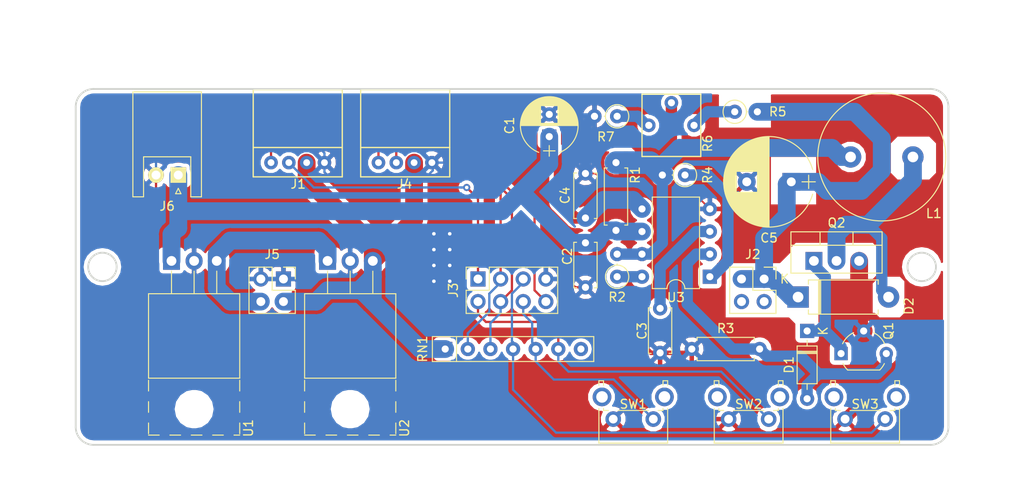
<source format=kicad_pcb>
(kicad_pcb (version 20171130) (host pcbnew "(5.0.2)-1")
  (layers (0 F.Cu signal hide) (31 B.Cu signal) (34 B.Paste user) (35 F.Paste user) (36 B.SilkS user) (37 F.SilkS user) (38 B.Mask user) (39 F.Mask user) (44 Edge.Cuts user))
  (net 0 "")
  (net 1 +12V)
  (net 2 GND)
  (net 3 "Net-(C3-Pad1)")
  (net 4 "Net-(C4-Pad1)")
  (net 5 +HV)
  (net 6 "Net-(D1-Pad1)")
  (net 7 "Net-(D1-Pad2)")
  (net 8 "Net-(D2-Pad2)")
  (net 9 +3V3)
  (net 10 /GROVE_GPIO_0)
  (net 11 /NIX_SDA)
  (net 12 /NIX_SCL)
  (net 13 /SW_MODE)
  (net 14 /SW_UP)
  (net 15 /SW_DOWN)
  (net 16 +5V)
  (net 17 "Net-(L1-Pad1)")
  (net 18 "Net-(R2-Pad1)")
  (net 19 "Net-(R4-Pad1)")
  (net 20 "Net-(R5-Pad1)")
  (net 21 "Net-(R6-Pad3)")
  (net 22 /GROVE_GPIO_1)
  (module TO_SOT_THT:TO-220-3_Horizontal_TabUp (layer F.Cu) (at 159.258 84.328)
    (fp_text reference U1 (at 8.636 18.796 90) (layer F.SilkS))
    (fp_text value NJM7805S)
    (pad "" np_thru_hole oval (at 2.54 16.66) (size 3.5 3.5) (drill 3.5) (layers *.Cu *.Mask))
    (pad 1 thru_hole rect (at 0 0) (size 1.905 2) (drill 1.1) (layers *.Cu *.Mask) (net 1 +12V))
    (pad 2 thru_hole oval (at 2.54 0) (size 1.905 2) (drill 1.1) (layers *.Cu *.Mask) (net 2 GND))
    (pad 3 thru_hole oval (at 5.08 0) (size 1.905 2) (drill 1.1) (layers *.Cu *.Mask) (net 16 +5V))
  )
  (module NixiePowerSupply:Inductors_LHL13NB471K (layer F.Cu) (at 239.014 72.644)
    (fp_text reference L1 (at 5.842 6.35) (layer F.SilkS))
    (fp_text value 470uH)
    (pad 1 thru_hole circle (at -3.5 0) (size 2.4 2.4) (drill 1.2) (layers *.Cu *.Mask) (net 17 "Net-(L1-Pad1)"))
    (pad 2 thru_hole circle (at 3.5 0) (size 2.4 2.4) (drill 1.2) (layers *.Cu *.Mask) (net 8 "Net-(D2-Pad2)"))
  )
  (module Connector_PinSocket_2.54mm:PinSocket_2x02_P2.54mm_Vertical (layer F.Cu) (at 225.806 86.36)
    (fp_text reference J2 (at -1.27 -2.77) (layer F.SilkS))
    (fp_text value Conn_01x04_Female)
    (pad 1 thru_hole rect (at 0 0) (size 1.7 1.7) (drill 1) (layers *.Cu *.Mask) (net 5 +HV))
    (pad 2 thru_hole oval (at -2.54 0) (size 1.7 1.7) (drill 1) (layers *.Cu *.Mask) (net 5 +HV))
    (pad 3 thru_hole oval (at 0 2.54) (size 1.7 1.7) (drill 1) (layers *.Cu *.Mask))
    (pad 4 thru_hole oval (at -2.54 2.54) (size 1.7 1.7) (drill 1) (layers *.Cu *.Mask))
  )
  (module Capacitors_THT:CP_Radial_D6.3mm_P2.50mm (layer F.Cu) (at 201.676 70.358 90)
    (fp_text reference C1 (at 1.25 -4.46 90) (layer F.SilkS))
    (fp_text value 100uF_16V)
    (pad 1 thru_hole rect (at 0 0 90) (size 1.6 1.6) (drill 0.8) (layers *.Cu *.Mask) (net 1 +12V))
    (pad 2 thru_hole circle (at 2.5 0 90) (size 1.6 1.6) (drill 0.8) (layers *.Cu *.Mask) (net 2 GND))
  )
  (module Capacitors_THT:C_Disc_D5.0mm_W2.5mm_P5.00mm (layer F.Cu) (at 205.74 82.296 270)
    (fp_text reference C2 (at 1.524 2.032 270) (layer F.SilkS))
    (fp_text value 0.1uF)
    (pad 1 thru_hole circle (at 0 0 270) (size 1.6 1.6) (drill 0.8) (layers *.Cu *.Mask) (net 1 +12V))
    (pad 2 thru_hole circle (at 5 0 270) (size 1.6 1.6) (drill 0.8) (layers *.Cu *.Mask) (net 2 GND))
  )
  (module Capacitors_THT:C_Disc_D5.0mm_W2.5mm_P5.00mm (layer F.Cu) (at 214.122 89.662 270)
    (fp_text reference C3 (at 2.54 2.032 270) (layer F.SilkS))
    (fp_text value 1000pF)
    (pad 2 thru_hole circle (at 5 0 270) (size 1.6 1.6) (drill 0.8) (layers *.Cu *.Mask) (net 2 GND))
    (pad 1 thru_hole circle (at 0 0 270) (size 1.6 1.6) (drill 0.8) (layers *.Cu *.Mask) (net 3 "Net-(C3-Pad1)"))
  )
  (module Capacitors_THT:C_Disc_D5.0mm_W2.5mm_P5.00mm (layer F.Cu) (at 205.74 79.502 90)
    (fp_text reference C4 (at 2.54 -2.286 90) (layer F.SilkS))
    (fp_text value 0.1uF)
    (pad 1 thru_hole circle (at 0 0 90) (size 1.6 1.6) (drill 0.8) (layers *.Cu *.Mask) (net 4 "Net-(C4-Pad1)"))
    (pad 2 thru_hole circle (at 5 0 90) (size 1.6 1.6) (drill 0.8) (layers *.Cu *.Mask) (net 2 GND))
  )
  (module Capacitors_THT:CP_Radial_D10.0mm_P5.00mm (layer F.Cu) (at 228.854 75.438 180)
    (fp_text reference C5 (at 2.5 -6.31 180) (layer F.SilkS))
    (fp_text value 4.7u_400V)
    (pad 1 thru_hole rect (at 0 0 180) (size 2 2) (drill 1) (layers *.Cu *.Mask) (net 5 +HV))
    (pad 2 thru_hole circle (at 5 0 180) (size 2 2) (drill 1) (layers *.Cu *.Mask) (net 2 GND))
  )
  (module Diode_THT:D_DO-35_SOD27_P7.62mm_Horizontal (layer F.Cu) (at 230.632 92.202 270)
    (fp_text reference D1 (at 3.81 2.032 270) (layer F.SilkS))
    (fp_text value 1N4148)
    (fp_text user K (at 0 -1.8 270) (layer F.SilkS))
    (pad 1 thru_hole rect (at 0 0 270) (size 1.6 1.6) (drill 0.8) (layers *.Cu *.Mask) (net 6 "Net-(D1-Pad1)"))
    (pad 2 thru_hole oval (at 7.62 0 270) (size 1.6 1.6) (drill 0.8) (layers *.Cu *.Mask) (net 7 "Net-(D1-Pad2)"))
  )
  (module Diode_THT:D_DO-15_P10.16mm_Horizontal (layer F.Cu) (at 229.616 88.392)
    (fp_text reference D2 (at 12.446 1.016 90) (layer F.SilkS))
    (fp_text value UF2010)
    (fp_text user K (at -1.524 -2.032) (layer F.SilkS))
    (pad 1 thru_hole rect (at 0 0) (size 2.4 2.4) (drill 1.2) (layers *.Cu *.Mask) (net 5 +HV))
    (pad 2 thru_hole oval (at 10.16 0) (size 2.4 2.4) (drill 1.2) (layers *.Cu *.Mask) (net 8 "Net-(D2-Pad2)"))
  )
  (module TO_SOT_THT:TO-92_Wide (layer F.Cu) (at 234.442 94.742)
    (fp_text reference Q1 (at 5.334 -2.54 90) (layer F.SilkS))
    (fp_text value 2SA1015)
    (pad 2 thru_hole circle (at 2.54 -2.54 90) (size 1.5 1.5) (drill 0.8) (layers *.Cu *.Mask) (net 2 GND))
    (pad 3 thru_hole circle (at 5.08 0 90) (size 1.5 1.5) (drill 0.8) (layers *.Cu *.Mask) (net 7 "Net-(D1-Pad2)"))
    (pad 1 thru_hole rect (at 0 0 90) (size 1.5 1.5) (drill 0.8) (layers *.Cu *.Mask) (net 6 "Net-(D1-Pad1)"))
  )
  (module TO_SOT_THT:TO-220-3_Vertical (layer F.Cu) (at 231.394 84.328)
    (fp_text reference Q2 (at 2.54 -4.27) (layer F.SilkS))
    (fp_text value 2SK3115)
    (pad 1 thru_hole rect (at 0 0) (size 1.905 2) (drill 1.1) (layers *.Cu *.Mask) (net 6 "Net-(D1-Pad1)"))
    (pad 2 thru_hole oval (at 2.54 0) (size 1.905 2) (drill 1.1) (layers *.Cu *.Mask) (net 8 "Net-(D2-Pad2)"))
    (pad 3 thru_hole oval (at 5.08 0) (size 1.905 2) (drill 1.1) (layers *.Cu *.Mask) (net 2 GND))
  )
  (module Resistors_THT:R_Axial_DIN0207_L6.3mm_D2.5mm_P2.54mm_Vertical (layer F.Cu) (at 209.296 86.106 90)
    (fp_text reference R2 (at -2.286 0) (layer F.SilkS))
    (fp_text value 680)
    (pad 1 thru_hole circle (at 0 0 90) (size 1.6 1.6) (drill 0.8) (layers *.Cu *.Mask) (net 18 "Net-(R2-Pad1)"))
    (pad 2 thru_hole oval (at 2.54 0 90) (size 1.6 1.6) (drill 0.8) (layers *.Cu *.Mask) (net 17 "Net-(L1-Pad1)"))
  )
  (module Resistors_THT:R_Axial_DIN0207_L6.3mm_D2.5mm_P2.54mm_Vertical (layer F.Cu) (at 216.916 74.676 180)
    (fp_text reference R4 (at -2.54 0 270) (layer F.SilkS))
    (fp_text value 1k)
    (pad 2 thru_hole oval (at 2.54 0 180) (size 1.6 1.6) (drill 0.8) (layers *.Cu *.Mask) (net 17 "Net-(L1-Pad1)"))
    (pad 1 thru_hole circle (at 0 0 180) (size 1.6 1.6) (drill 0.8) (layers *.Cu *.Mask) (net 19 "Net-(R4-Pad1)"))
  )
  (module Resistors_THT:R_Axial_DIN0207_L6.3mm_D2.5mm_P2.54mm_Vertical (layer F.Cu) (at 222.504 67.564)
    (fp_text reference R5 (at 4.826 0) (layer F.SilkS))
    (fp_text value 470k)
    (pad 2 thru_hole oval (at 2.54 0) (size 1.6 1.6) (drill 0.8) (layers *.Cu *.Mask) (net 5 +HV))
    (pad 1 thru_hole circle (at 0 0) (size 1.6 1.6) (drill 0.8) (layers *.Cu *.Mask) (net 20 "Net-(R5-Pad1)"))
  )
  (module Resistors_THT:R_Axial_DIN0207_L6.3mm_D2.5mm_P2.54mm_Vertical (layer F.Cu) (at 209.296 68.072 180)
    (fp_text reference R7 (at 1.27 -2.31 180) (layer F.SilkS))
    (fp_text value 2.2k)
    (pad 1 thru_hole circle (at 0 0 180) (size 1.6 1.6) (drill 0.8) (layers *.Cu *.Mask) (net 21 "Net-(R6-Pad3)"))
    (pad 2 thru_hole oval (at 2.54 0 180) (size 1.6 1.6) (drill 0.8) (layers *.Cu *.Mask) (net 2 GND))
  )
  (module Button_Switch_THT:SW_Tactile_SPST_Angled_PTS645Vx31-2LFS (layer F.Cu) (at 213.36 102.108 180)
    (fp_text reference SW1 (at 2.25 1.68 180) (layer F.SilkS))
    (fp_text value SW_Push)
    (pad "" thru_hole circle (at 5.76 2.49 180) (size 2.1 2.1) (drill 1.3) (layers *.Cu *.Mask))
    (pad 2 thru_hole circle (at 4.5 0 180) (size 1.75 1.75) (drill 0.99) (layers *.Cu *.Mask) (net 2 GND))
    (pad 1 thru_hole circle (at 0 0 180) (size 1.75 1.75) (drill 0.99) (layers *.Cu *.Mask) (net 13 /SW_MODE))
    (pad "" thru_hole circle (at -1.25 2.49 180) (size 2.1 2.1) (drill 1.3) (layers *.Cu *.Mask))
  )
  (module Button_Switch_THT:SW_Tactile_SPST_Angled_PTS645Vx31-2LFS (layer F.Cu) (at 226.314 102.108 180)
    (fp_text reference SW2 (at 2.25 1.68 180) (layer F.SilkS))
    (fp_text value SW_Push)
    (pad "" thru_hole circle (at -1.25 2.49 180) (size 2.1 2.1) (drill 1.3) (layers *.Cu *.Mask))
    (pad 1 thru_hole circle (at 0 0 180) (size 1.75 1.75) (drill 0.99) (layers *.Cu *.Mask) (net 14 /SW_UP))
    (pad 2 thru_hole circle (at 4.5 0 180) (size 1.75 1.75) (drill 0.99) (layers *.Cu *.Mask) (net 2 GND))
    (pad "" thru_hole circle (at 5.76 2.49 180) (size 2.1 2.1) (drill 1.3) (layers *.Cu *.Mask))
  )
  (module Button_Switch_THT:SW_Tactile_SPST_Angled_PTS645Vx31-2LFS (layer F.Cu) (at 239.395 102.108 180)
    (fp_text reference SW3 (at 2.25 1.68 180) (layer F.SilkS))
    (fp_text value SW_Push)
    (pad "" thru_hole circle (at 5.76 2.49 180) (size 2.1 2.1) (drill 1.3) (layers *.Cu *.Mask))
    (pad 2 thru_hole circle (at 4.5 0 180) (size 1.75 1.75) (drill 0.99) (layers *.Cu *.Mask) (net 2 GND))
    (pad 1 thru_hole circle (at 0 0 180) (size 1.75 1.75) (drill 0.99) (layers *.Cu *.Mask) (net 15 /SW_DOWN))
    (pad "" thru_hole circle (at -1.25 2.49 180) (size 2.1 2.1) (drill 1.3) (layers *.Cu *.Mask))
  )
  (module Packages_DIP:DIP-8_W7.62mm (layer F.Cu) (at 219.71 86.106 180)
    (fp_text reference U3 (at 3.81 -2.33 180) (layer F.SilkS))
    (fp_text value MC34063A)
    (pad 1 thru_hole rect (at 0 0 180) (size 1.6 1.6) (drill 0.8) (layers *.Cu *.Mask) (net 19 "Net-(R4-Pad1)"))
    (pad 5 thru_hole oval (at 7.62 7.62 180) (size 1.6 1.6) (drill 0.8) (layers *.Cu *.Mask) (net 4 "Net-(C4-Pad1)"))
    (pad 2 thru_hole oval (at 0 2.54 180) (size 1.6 1.6) (drill 0.8) (layers *.Cu *.Mask) (net 7 "Net-(D1-Pad2)"))
    (pad 6 thru_hole oval (at 7.62 5.08 180) (size 1.6 1.6) (drill 0.8) (layers *.Cu *.Mask) (net 1 +12V))
    (pad 3 thru_hole oval (at 0 5.08 180) (size 1.6 1.6) (drill 0.8) (layers *.Cu *.Mask) (net 3 "Net-(C3-Pad1)"))
    (pad 7 thru_hole oval (at 7.62 2.54 180) (size 1.6 1.6) (drill 0.8) (layers *.Cu *.Mask) (net 17 "Net-(L1-Pad1)"))
    (pad 4 thru_hole oval (at 0 7.62 180) (size 1.6 1.6) (drill 0.8) (layers *.Cu *.Mask) (net 2 GND))
    (pad 8 thru_hole oval (at 7.62 0 180) (size 1.6 1.6) (drill 0.8) (layers *.Cu *.Mask) (net 18 "Net-(R2-Pad1)"))
  )
  (module NixiePowerSupply:VOL_3362P-1-202LF (layer F.Cu) (at 215.392 69.088 180)
    (fp_text reference R6 (at -4.064 -2.032 90) (layer F.SilkS))
    (fp_text value VR_2K)
    (pad 2 thru_hole circle (at 0 2.54 180) (size 1.524 1.524) (drill 0.8) (layers *.Cu *.Mask) (net 4 "Net-(C4-Pad1)"))
    (pad 3 thru_hole circle (at 2.54 0 180) (size 1.524 1.524) (drill 0.8) (layers *.Cu *.Mask) (net 21 "Net-(R6-Pad3)"))
    (pad 1 thru_hole circle (at -2.54 0 180) (size 1.524 1.524) (drill 0.8) (layers *.Cu *.Mask) (net 20 "Net-(R5-Pad1)"))
  )
  (module Resistors_THT:R_Array_SIP7 (layer F.Cu) (at 189.992 94.234)
    (fp_text reference RN1 (at -2.54 0 90) (layer F.SilkS))
    (fp_text value R_Network06)
    (pad 1 thru_hole rect (at 0 0) (size 1.6 1.6) (drill 0.8) (layers *.Cu *.Mask) (net 9 +3V3))
    (pad 2 thru_hole oval (at 2.54 0) (size 1.6 1.6) (drill 0.8) (layers *.Cu *.Mask) (net 11 /NIX_SDA))
    (pad 3 thru_hole oval (at 5.08 0) (size 1.6 1.6) (drill 0.8) (layers *.Cu *.Mask) (net 12 /NIX_SCL))
    (pad 4 thru_hole oval (at 7.62 0) (size 1.6 1.6) (drill 0.8) (layers *.Cu *.Mask) (net 15 /SW_DOWN))
    (pad 5 thru_hole oval (at 10.16 0) (size 1.6 1.6) (drill 0.8) (layers *.Cu *.Mask) (net 13 /SW_MODE))
    (pad 6 thru_hole oval (at 12.7 0) (size 1.6 1.6) (drill 0.8) (layers *.Cu *.Mask) (net 14 /SW_UP))
    (pad 7 thru_hole oval (at 15.24 0) (size 1.6 1.6) (drill 0.8) (layers *.Cu *.Mask))
  )
  (module Connector_PinSocket_2.54mm:PinSocket_2x04_P2.54mm_Vertical (layer F.Cu) (at 193.675 86.36 90)
    (fp_text reference J3 (at -1.27 -2.77 90) (layer F.SilkS))
    (fp_text value Conn_01x08_Female)
    (pad 1 thru_hole rect (at 0 0 90) (size 1.7 1.7) (drill 1) (layers *.Cu *.Mask) (net 22 /GROVE_GPIO_1))
    (pad 2 thru_hole oval (at -2.54 0 90) (size 1.7 1.7) (drill 1) (layers *.Cu *.Mask) (net 14 /SW_UP))
    (pad 3 thru_hole oval (at 0 2.54 90) (size 1.7 1.7) (drill 1) (layers *.Cu *.Mask) (net 11 /NIX_SDA))
    (pad 4 thru_hole oval (at -2.54 2.54 90) (size 1.7 1.7) (drill 1) (layers *.Cu *.Mask) (net 12 /NIX_SCL))
    (pad 5 thru_hole oval (at 0 5.08 90) (size 1.7 1.7) (drill 1) (layers *.Cu *.Mask) (net 15 /SW_DOWN))
    (pad 6 thru_hole oval (at -2.54 5.08 90) (size 1.7 1.7) (drill 1) (layers *.Cu *.Mask) (net 13 /SW_MODE))
    (pad 7 thru_hole oval (at 0 7.62 90) (size 1.7 1.7) (drill 1) (layers *.Cu *.Mask) (net 2 GND))
    (pad 8 thru_hole oval (at -2.54 7.62 90) (size 1.7 1.7) (drill 1) (layers *.Cu *.Mask) (net 10 /GROVE_GPIO_0))
  )
  (module Nixie_Module_PowerSupply:Grove_THT (layer F.Cu) (at 182.499 73.279 90)
    (fp_text reference J4 (at -2.413 2.921) (layer F.SilkS))
    (fp_text value Grove_Analog)
    (pad 1 thru_hole circle (at 0 0 90) (size 1.524 1.524) (drill 0.762) (layers *.Cu *.Mask) (net 12 /NIX_SCL))
    (pad 2 thru_hole circle (at 0 2 90) (size 1.524 1.524) (drill 0.762) (layers *.Cu *.Mask) (net 11 /NIX_SDA))
    (pad 3 thru_hole circle (at 0 4 90) (size 1.524 1.524) (drill 0.762) (layers *.Cu *.Mask) (net 9 +3V3))
    (pad 4 thru_hole circle (at 0 6 90) (size 1.524 1.524) (drill 0.762) (layers *.Cu *.Mask) (net 2 GND))
  )
  (module Connector_PinSocket_2.54mm:PinSocket_2x02_P2.54mm_Vertical (layer F.Cu) (at 171.831 86.36)
    (fp_text reference J5 (at -1.27 -2.77) (layer F.SilkS))
    (fp_text value Conn_01x04_Female)
    (pad 1 thru_hole rect (at 0 0) (size 1.7 1.7) (drill 1) (layers *.Cu *.Mask) (net 2 GND))
    (pad 2 thru_hole oval (at -2.54 0) (size 1.7 1.7) (drill 1) (layers *.Cu *.Mask) (net 2 GND))
    (pad 3 thru_hole oval (at 0 2.54) (size 1.7 1.7) (drill 1) (layers *.Cu *.Mask) (net 9 +3V3))
    (pad 4 thru_hole oval (at -2.54 2.54) (size 1.7 1.7) (drill 1) (layers *.Cu *.Mask) (net 16 +5V))
  )
  (module Nixie_Module_PowerSupply:Grove_THT (layer F.Cu) (at 170.434 73.279 90)
    (fp_text reference J1 (at -2.413 3.048 180) (layer F.SilkS))
    (fp_text value Grove_GPIO)
    (pad 1 thru_hole circle (at 0 0 90) (size 1.524 1.524) (drill 0.762) (layers *.Cu *.Mask) (net 10 /GROVE_GPIO_0))
    (pad 2 thru_hole circle (at 0 2 90) (size 1.524 1.524) (drill 0.762) (layers *.Cu *.Mask) (net 22 /GROVE_GPIO_1))
    (pad 3 thru_hole circle (at 0 4 90) (size 1.524 1.524) (drill 0.762) (layers *.Cu *.Mask) (net 9 +3V3))
    (pad 4 thru_hole circle (at 0 6 90) (size 1.524 1.524) (drill 0.762) (layers *.Cu *.Mask) (net 2 GND))
  )
  (module Resistors_THT:R_Axial_DIN0207_L6.3mm_D2.5mm_P7.62mm_Horizontal (layer F.Cu) (at 217.678 94.234)
    (fp_text reference R3 (at 3.81 -2.31) (layer F.SilkS))
    (fp_text value 1k)
    (pad 1 thru_hole circle (at 0 0) (size 1.6 1.6) (drill 0.8) (layers *.Cu *.Mask) (net 2 GND))
    (pad 2 thru_hole oval (at 7.62 0) (size 1.6 1.6) (drill 0.8) (layers *.Cu *.Mask) (net 7 "Net-(D1-Pad2)"))
  )
  (module TO_SOT_THT:TO-220-3_Horizontal_TabUp (layer F.Cu) (at 176.784 84.328)
    (fp_text reference U2 (at 8.636 18.796 90) (layer F.SilkS))
    (fp_text value NJM7805S)
    (pad 3 thru_hole oval (at 5.08 0) (size 1.905 2) (drill 1.1) (layers *.Cu *.Mask) (net 9 +3V3))
    (pad 2 thru_hole oval (at 2.54 0) (size 1.905 2) (drill 1.1) (layers *.Cu *.Mask) (net 2 GND))
    (pad 1 thru_hole rect (at 0 0) (size 1.905 2) (drill 1.1) (layers *.Cu *.Mask) (net 16 +5V))
    (pad "" np_thru_hole oval (at 2.54 16.66) (size 3.5 3.5) (drill 3.5) (layers *.Cu *.Mask))
  )
  (module Connectors_JST:JST_XH_S02B-XH-A_02x2.50mm_Angled (layer F.Cu) (at 160.02 74.676 180)
    (fp_text reference J6 (at 1.25 -3.5 180) (layer F.SilkS))
    (fp_text value Conn_01x02_Female)
    (pad 1 thru_hole rect (at 0 0 180) (size 1.75 1.75) (drill 1) (layers *.Cu *.Mask F.SilkS) (net 1 +12V))
    (pad 2 thru_hole circle (at 2.5 0 180) (size 1.75 1.75) (drill 1) (layers *.Cu *.Mask F.SilkS) (net 2 GND))
  )
  (module Resistors_THT:R_Axial_DIN0207_L6.3mm_D2.5mm_P7.62mm_Horizontal (layer F.Cu) (at 209.169 73.279 270)
    (fp_text reference R1 (at 1.397 -2.159 270) (layer F.SilkS))
    (fp_text value 0.15)
    (pad 1 thru_hole circle (at 0 0 270) (size 1.6 1.6) (drill 0.8) (layers *.Cu *.Mask) (net 17 "Net-(L1-Pad1)"))
    (pad 2 thru_hole oval (at 7.62 0 270) (size 1.6 1.6) (drill 0.8) (layers *.Cu *.Mask) (net 1 +12V))
  )
  (module logo:fablab_logo_5mm (layer F.Cu) (at 151.892 92.71 270)
    (fp_text reference G*** hide)
    (fp_text value LOGO hide)
  )
  (gr_circle (center 243.5011 85.0036) (end 245.1011 85.0036) (layer Edge.Cuts) (width 0.2))
  (gr_circle (center 151.5011 85.0036) (end 153.1011 85.0036) (layer Edge.Cuts) (width 0.2))
  (gr_arc (start 150.5011 103.0036) (end 148.5011 103.0036) (angle -90) (layer Edge.Cuts) (width 0.2))
  (gr_line (start 150.5011 65.0036) (end 244.5011 65.0036) (layer Edge.Cuts) (width 0.2))
  (gr_line (start 246.5011 67.0036) (end 246.5011 103.0036) (layer Edge.Cuts) (width 0.2))
  (gr_line (start 148.5011 103.0036) (end 148.5011 67.0036) (layer Edge.Cuts) (width 0.2))
  (gr_line (start 244.5011 105.0036) (end 150.5011 105.0036) (layer Edge.Cuts) (width 0.2))
  (gr_arc (start 244.5011 103.0036) (end 244.5011 105.0036) (angle -90) (layer Edge.Cuts) (width 0.2))
  (gr_arc (start 244.5011 67.0036) (end 246.5011 67.0036) (angle -90) (layer Edge.Cuts) (width 0.2))
  (gr_arc (start 150.5011 67.0036) (end 150.5011 65.0036) (angle -90) (layer Edge.Cuts) (width 0.2))
  (segment (start 159.258 81.328) (end 159.258 84.328) (width 2) (layer B.Cu) (net 1))
  (segment (start 159.941 80.645) (end 159.258 81.328) (width 2) (layer B.Cu) (net 1))
  (segment (start 160.02 80.645) (end 159.941 80.645) (width 2) (layer B.Cu) (net 1))
  (segment (start 160.02 78.74) (end 160.02 80.645) (width 2) (layer B.Cu) (net 1))
  (segment (start 160.02 74.676) (end 160.02 78.74) (width 2) (layer B.Cu) (net 1))
  (segment (start 201.676 73.406) (end 201.676 70.358) (width 2) (layer B.Cu) (net 1))
  (segment (start 160.02 78.74) (end 196.342 78.74) (width 2) (layer B.Cu) (net 1))
  (segment (start 196.342 78.74) (end 198.12 76.962) (width 2) (layer B.Cu) (net 1))
  (segment (start 200.406 74.676) (end 201.676 73.406) (width 2) (layer B.Cu) (net 1))
  (segment (start 198.12 76.962) (end 200.406 74.676) (width 2) (layer B.Cu) (net 1))
  (segment (start 204.60863 82.296) (end 204.597 82.28437) (width 2) (layer B.Cu) (net 1))
  (segment (start 205.74 82.296) (end 204.60863 82.296) (width 2) (layer B.Cu) (net 1))
  (segment (start 204.597 82.28437) (end 204.20437 82.28437) (width 2) (layer B.Cu) (net 1))
  (segment (start 198.882 76.962) (end 198.12 76.962) (width 2) (layer B.Cu) (net 1))
  (segment (start 204.20437 82.28437) (end 198.882 76.962) (width 2) (layer B.Cu) (net 1))
  (segment (start 206.87137 82.296) (end 207.137 82.03037) (width 2) (layer B.Cu) (net 1))
  (segment (start 205.74 82.296) (end 206.87137 82.296) (width 2) (layer B.Cu) (net 1))
  (segment (start 208.03763 80.899) (end 209.169 80.899) (width 2) (layer B.Cu) (net 1))
  (segment (start 207.137 81.79963) (end 208.03763 80.899) (width 2) (layer B.Cu) (net 1))
  (segment (start 207.137 82.03037) (end 207.137 81.79963) (width 2) (layer B.Cu) (net 1))
  (segment (start 209.296 81.026) (end 209.169 80.899) (width 2) (layer B.Cu) (net 1))
  (segment (start 212.09 81.026) (end 209.296 81.026) (width 2) (layer B.Cu) (net 1))
  (segment (start 157.52 74.676) (end 157.52 77.51) (width 0.254) (layer F.Cu) (net 2))
  (segment (start 161.798 81.788) (end 161.798 84.328) (width 0.254) (layer F.Cu) (net 2))
  (segment (start 157.52 77.51) (end 161.798 81.788) (width 0.254) (layer F.Cu) (net 2))
  (segment (start 176.434 72.20137) (end 174.59063 70.358) (width 0.254) (layer B.Cu) (net 2))
  (segment (start 176.434 73.279) (end 176.434 72.20137) (width 0.254) (layer B.Cu) (net 2))
  (segment (start 174.59063 70.358) (end 159.766 70.358) (width 0.254) (layer B.Cu) (net 2))
  (segment (start 157.52 72.604) (end 157.52 74.676) (width 0.254) (layer B.Cu) (net 2))
  (segment (start 159.766 70.358) (end 157.52 72.604) (width 0.254) (layer B.Cu) (net 2))
  (segment (start 188.595 73.375) (end 188.499 73.279) (width 0.254) (layer B.Cu) (net 2))
  (segment (start 188.595 74.168) (end 188.595 73.375) (width 0.254) (layer B.Cu) (net 2))
  (segment (start 187.198 75.565) (end 188.595 74.168) (width 0.254) (layer B.Cu) (net 2))
  (segment (start 177.64237 75.565) (end 187.198 75.565) (width 0.254) (layer B.Cu) (net 2))
  (segment (start 176.434 73.279) (end 176.434 74.35663) (width 0.254) (layer B.Cu) (net 2))
  (segment (start 176.434 74.35663) (end 177.64237 75.565) (width 0.254) (layer B.Cu) (net 2))
  (segment (start 188.499 73.279) (end 194.691 73.279) (width 0.254) (layer B.Cu) (net 2))
  (segment (start 200.112 67.858) (end 201.676 67.858) (width 0.254) (layer B.Cu) (net 2))
  (segment (start 194.691 73.279) (end 200.112 67.858) (width 0.254) (layer B.Cu) (net 2))
  (segment (start 206.542 67.858) (end 206.756 68.072) (width 0.254) (layer B.Cu) (net 2))
  (segment (start 201.676 67.858) (end 206.542 67.858) (width 0.254) (layer B.Cu) (net 2))
  (segment (start 220.806 78.486) (end 219.71 78.486) (width 0.254) (layer F.Cu) (net 2))
  (segment (start 223.854 75.438) (end 220.806 78.486) (width 0.254) (layer F.Cu) (net 2))
  (segment (start 205.74 74.502) (end 206.87137 74.502) (width 0.2) (layer F.Cu) (net 2))
  (segment (start 217.805 76.581) (end 219.71 78.486) (width 0.2) (layer F.Cu) (net 2))
  (segment (start 208.95037 76.581) (end 217.805 76.581) (width 0.2) (layer F.Cu) (net 2))
  (segment (start 206.756 68.072) (end 205.613 69.215) (width 1.27) (layer B.Cu) (net 2))
  (segment (start 205.74 69.342) (end 205.74 74.502) (width 1.27) (layer B.Cu) (net 2))
  (segment (start 205.613 69.215) (end 205.74 69.342) (width 1.27) (layer B.Cu) (net 2))
  (segment (start 236.982 100.021) (end 236.982 92.202) (width 1.27) (layer F.Cu) (net 2))
  (segment (start 234.895 102.108) (end 236.982 100.021) (width 1.27) (layer F.Cu) (net 2))
  (segment (start 234.020001 102.982999) (end 234.895 102.108) (width 0.5) (layer F.Cu) (net 2))
  (segment (start 232.863 104.14) (end 234.020001 102.982999) (width 0.5) (layer F.Cu) (net 2))
  (segment (start 223.846 104.14) (end 232.863 104.14) (width 0.5) (layer F.Cu) (net 2))
  (segment (start 221.814 102.108) (end 223.846 104.14) (width 0.5) (layer F.Cu) (net 2))
  (segment (start 217.678 94.234) (end 217.678 100.076) (width 0.5) (layer F.Cu) (net 2))
  (segment (start 219.71 102.108) (end 221.814 102.108) (width 0.5) (layer F.Cu) (net 2))
  (segment (start 217.678 100.076) (end 219.71 102.108) (width 0.5) (layer F.Cu) (net 2))
  (segment (start 217.25 94.662) (end 217.678 94.234) (width 0.5) (layer F.Cu) (net 2))
  (segment (start 214.122 94.662) (end 217.25 94.662) (width 0.5) (layer F.Cu) (net 2))
  (segment (start 214.122 96.846) (end 214.122 94.662) (width 0.5) (layer F.Cu) (net 2))
  (segment (start 208.86 102.108) (end 214.122 96.846) (width 0.5) (layer F.Cu) (net 2))
  (segment (start 213.106 94.662) (end 214.122 94.662) (width 0.5) (layer F.Cu) (net 2))
  (segment (start 205.74 87.296) (end 213.106 94.662) (width 0.5) (layer F.Cu) (net 2))
  (segment (start 206.87137 74.502) (end 207.899 75.52963) (width 0.2) (layer F.Cu) (net 2))
  (segment (start 207.899 75.52963) (end 208.95037 76.581) (width 0.2) (layer F.Cu) (net 2))
  (segment (start 207.391 76.03763) (end 207.899 75.52963) (width 0.5) (layer F.Cu) (net 2))
  (segment (start 205.74 87.296) (end 207.391 85.645) (width 0.5) (layer F.Cu) (net 2))
  (segment (start 207.391 85.645) (end 207.391 76.03763) (width 0.5) (layer F.Cu) (net 2))
  (segment (start 204.60863 87.296) (end 203.67263 86.36) (width 0.254) (layer F.Cu) (net 2))
  (segment (start 205.74 87.296) (end 204.60863 87.296) (width 0.254) (layer F.Cu) (net 2))
  (segment (start 203.67263 86.36) (end 201.295 86.36) (width 0.254) (layer F.Cu) (net 2))
  (segment (start 169.291 86.36) (end 162.052 86.36) (width 0.25) (layer F.Cu) (net 2))
  (segment (start 161.798 86.106) (end 161.798 84.328) (width 0.25) (layer F.Cu) (net 2))
  (segment (start 162.052 86.36) (end 161.798 86.106) (width 0.25) (layer F.Cu) (net 2))
  (segment (start 170.493081 86.36) (end 171.831 86.36) (width 0.25) (layer F.Cu) (net 2))
  (segment (start 169.291 86.36) (end 170.493081 86.36) (width 0.25) (layer F.Cu) (net 2))
  (segment (start 179.324 85.598) (end 179.324 84.328) (width 0.25) (layer F.Cu) (net 2))
  (segment (start 171.831 86.36) (end 178.562 86.36) (width 0.25) (layer F.Cu) (net 2))
  (segment (start 178.562 86.36) (end 179.324 85.598) (width 0.25) (layer F.Cu) (net 2))
  (segment (start 236.474 91.694) (end 236.982 92.202) (width 2) (layer F.Cu) (net 2))
  (segment (start 236.474 84.328) (end 236.474 91.694) (width 2) (layer F.Cu) (net 2))
  (via (at 188.722 81.28) (size 0.8) (drill 0.4) (layers F.Cu B.Cu) (net 2))
  (via (at 188.722 83.058) (size 0.8) (drill 0.4) (layers F.Cu B.Cu) (net 2))
  (via (at 188.722 84.836) (size 0.8) (drill 0.4) (layers F.Cu B.Cu) (net 2))
  (via (at 188.722 86.614) (size 0.8) (drill 0.4) (layers F.Cu B.Cu) (net 2))
  (via (at 190.5 81.28) (size 0.8) (drill 0.4) (layers F.Cu B.Cu) (net 2))
  (via (at 190.5 83.058) (size 0.8) (drill 0.4) (layers F.Cu B.Cu) (net 2))
  (via (at 190.5 84.836) (size 0.8) (drill 0.4) (layers F.Cu B.Cu) (net 2))
  (via (at 190.5 86.614) (size 0.8) (drill 0.4) (layers F.Cu B.Cu) (net 2))
  (segment (start 214.122 85.09) (end 214.122 89.662) (width 1.27) (layer B.Cu) (net 3))
  (segment (start 219.71 81.026) (end 218.186 81.026) (width 1.27) (layer B.Cu) (net 3))
  (segment (start 218.186 81.026) (end 214.122 85.09) (width 1.27) (layer B.Cu) (net 3))
  (segment (start 205.74 79.502) (end 207.772 77.47) (width 2) (layer B.Cu) (net 4))
  (segment (start 211.074 77.47) (end 212.09 78.486) (width 2) (layer B.Cu) (net 4))
  (segment (start 207.772 77.47) (end 211.074 77.47) (width 2) (layer B.Cu) (net 4))
  (segment (start 204.60863 79.502) (end 202.819 77.71237) (width 1.27) (layer F.Cu) (net 4))
  (segment (start 205.74 79.502) (end 204.60863 79.502) (width 1.27) (layer F.Cu) (net 4))
  (segment (start 202.819 77.71237) (end 202.819 73.279) (width 1.27) (layer F.Cu) (net 4))
  (segment (start 202.819 73.279) (end 205.232 70.866) (width 1.27) (layer F.Cu) (net 4))
  (segment (start 205.232 70.866) (end 211.074 70.866) (width 1.27) (layer F.Cu) (net 4))
  (segment (start 211.074 70.866) (end 212.344 72.136) (width 1.27) (layer F.Cu) (net 4))
  (segment (start 212.344 72.136) (end 213.995 72.136) (width 1.27) (layer F.Cu) (net 4))
  (segment (start 215.392 70.739) (end 215.392 66.548) (width 1.27) (layer F.Cu) (net 4))
  (segment (start 213.995 72.136) (end 215.392 70.739) (width 1.27) (layer F.Cu) (net 4))
  (segment (start 231.854 75.438) (end 232.87 76.454) (width 2) (layer B.Cu) (net 5))
  (segment (start 228.854 75.438) (end 231.854 75.438) (width 2) (layer B.Cu) (net 5))
  (segment (start 232.87 76.454) (end 236.728 76.454) (width 2) (layer B.Cu) (net 5))
  (segment (start 235.966 67.564) (end 225.044 67.564) (width 2) (layer B.Cu) (net 5))
  (segment (start 236.728 76.454) (end 239.014 74.168) (width 2) (layer B.Cu) (net 5))
  (segment (start 239.014 74.168) (end 239.014 70.612) (width 2) (layer B.Cu) (net 5))
  (segment (start 239.014 70.612) (end 235.966 67.564) (width 2) (layer B.Cu) (net 5))
  (segment (start 226.822 86.36) (end 225.806 86.36) (width 2) (layer B.Cu) (net 5))
  (segment (start 229.616 88.392) (end 228.854 88.392) (width 2) (layer B.Cu) (net 5))
  (segment (start 228.854 88.392) (end 226.822 86.36) (width 2) (layer B.Cu) (net 5))
  (segment (start 228.854 75.438) (end 228.6 75.438) (width 2) (layer B.Cu) (net 5))
  (segment (start 225.806 81.788) (end 225.806 86.36) (width 2) (layer B.Cu) (net 5))
  (segment (start 228.346 79.248) (end 225.806 81.788) (width 2) (layer B.Cu) (net 5))
  (segment (start 228.346 75.692) (end 228.346 79.248) (width 2) (layer B.Cu) (net 5))
  (segment (start 228.6 75.438) (end 228.346 75.692) (width 2) (layer B.Cu) (net 5))
  (segment (start 223.266 86.36) (end 225.806 86.36) (width 2) (layer B.Cu) (net 5))
  (segment (start 234.442 93.98) (end 234.442 94.742) (width 1.27) (layer B.Cu) (net 6))
  (segment (start 232.664 92.202) (end 234.442 93.98) (width 1.27) (layer B.Cu) (net 6))
  (segment (start 232.664 91.44) (end 231.902 92.202) (width 1.27) (layer B.Cu) (net 6))
  (segment (start 232.664 91.186) (end 232.664 91.44) (width 1.27) (layer B.Cu) (net 6))
  (segment (start 231.902 92.202) (end 232.664 92.202) (width 1.27) (layer B.Cu) (net 6))
  (segment (start 230.632 92.202) (end 231.902 92.202) (width 1.27) (layer B.Cu) (net 6))
  (segment (start 232.664 91.186) (end 232.664 92.202) (width 1.27) (layer B.Cu) (net 6))
  (segment (start 232.664 90.678) (end 232.664 91.186) (width 1.27) (layer B.Cu) (net 6))
  (segment (start 232.664 86.106) (end 232.664 90.678) (width 1.27) (layer B.Cu) (net 6))
  (segment (start 231.394 84.328) (end 231.394 84.836) (width 1.27) (layer B.Cu) (net 6))
  (segment (start 231.394 84.836) (end 232.664 86.106) (width 1.27) (layer B.Cu) (net 6))
  (segment (start 239.522 96.012) (end 239.522 94.742) (width 1.27) (layer B.Cu) (net 7))
  (segment (start 238.506 97.028) (end 239.522 96.012) (width 1.27) (layer B.Cu) (net 7))
  (segment (start 231.902 97.028) (end 238.506 97.028) (width 1.27) (layer B.Cu) (net 7))
  (segment (start 230.632 99.822) (end 230.632 98.298) (width 1.27) (layer B.Cu) (net 7))
  (segment (start 230.632 98.298) (end 231.902 97.028) (width 1.27) (layer B.Cu) (net 7))
  (segment (start 229.907999 95.033999) (end 231.902 97.028) (width 1.27) (layer B.Cu) (net 7))
  (segment (start 226.097999 95.033999) (end 229.907999 95.033999) (width 1.27) (layer B.Cu) (net 7))
  (segment (start 225.298 94.234) (end 226.097999 95.033999) (width 1.27) (layer B.Cu) (net 7))
  (segment (start 218.186 83.566) (end 219.71 83.566) (width 1.27) (layer B.Cu) (net 7))
  (segment (start 217.17 84.582) (end 218.186 83.566) (width 1.27) (layer B.Cu) (net 7))
  (segment (start 217.17 89.154) (end 217.17 84.582) (width 1.27) (layer B.Cu) (net 7))
  (segment (start 225.298 94.234) (end 222.25 94.234) (width 1.27) (layer B.Cu) (net 7))
  (segment (start 222.25 94.234) (end 217.17 89.154) (width 1.27) (layer B.Cu) (net 7))
  (segment (start 242.514 75.24) (end 242.514 72.644) (width 2) (layer B.Cu) (net 8))
  (segment (start 237.49 80.264) (end 242.514 75.24) (width 2) (layer B.Cu) (net 8))
  (segment (start 234.998 80.264) (end 237.49 80.264) (width 2) (layer B.Cu) (net 8))
  (segment (start 233.934 84.328) (end 233.934 81.328) (width 2) (layer B.Cu) (net 8))
  (segment (start 233.934 81.328) (end 234.998 80.264) (width 2) (layer B.Cu) (net 8))
  (segment (start 239.014 81.788) (end 237.49 80.264) (width 1.27) (layer B.Cu) (net 8))
  (segment (start 239.776 88.392) (end 239.014 87.63) (width 1.27) (layer B.Cu) (net 8))
  (segment (start 239.014 87.63) (end 239.014 81.788) (width 1.27) (layer B.Cu) (net 8))
  (segment (start 180.594 87.376) (end 181.864 86.106) (width 2) (layer B.Cu) (net 9))
  (segment (start 181.864 86.106) (end 181.864 84.328) (width 2) (layer B.Cu) (net 9))
  (segment (start 186.499 79.693) (end 186.499 73.279) (width 2) (layer F.Cu) (net 9))
  (segment (start 181.864 81.78663) (end 181.864 84.328) (width 2) (layer F.Cu) (net 9))
  (segment (start 182.62737 82.55) (end 181.864 81.78663) (width 2) (layer F.Cu) (net 9))
  (segment (start 183.642 82.55) (end 182.62737 82.55) (width 2) (layer F.Cu) (net 9))
  (segment (start 183.642 82.55) (end 186.499 79.693) (width 2) (layer F.Cu) (net 9))
  (segment (start 181.864 84.328) (end 183.642 82.55) (width 2) (layer F.Cu) (net 9))
  (segment (start 184.40537 81.78663) (end 186.499 79.693) (width 2) (layer F.Cu) (net 9))
  (segment (start 181.864 81.78663) (end 184.40537 81.78663) (width 2) (layer F.Cu) (net 9))
  (segment (start 181.10063 81.78663) (end 181.864 81.78663) (width 2) (layer F.Cu) (net 9))
  (segment (start 174.434 73.279) (end 174.434 75.12) (width 2) (layer F.Cu) (net 9))
  (segment (start 174.434 75.12) (end 181.10063 81.78663) (width 2) (layer F.Cu) (net 9))
  (segment (start 180.594 87.636) (end 180.594 87.376) (width 2) (layer B.Cu) (net 9))
  (segment (start 189.992 94.234) (end 187.192 94.234) (width 2) (layer B.Cu) (net 9))
  (segment (start 181.864 86.106) (end 181.864 88.906) (width 2) (layer B.Cu) (net 9))
  (segment (start 187.192 94.234) (end 181.864 88.906) (width 2) (layer B.Cu) (net 9))
  (segment (start 181.864 88.906) (end 180.594 87.636) (width 2) (layer B.Cu) (net 9))
  (segment (start 176.778 87.636) (end 180.594 87.636) (width 2) (layer B.Cu) (net 9))
  (segment (start 171.831 88.9) (end 175.514 88.9) (width 2) (layer B.Cu) (net 9))
  (segment (start 175.514 88.9) (end 176.778 87.636) (width 2) (layer B.Cu) (net 9))
  (segment (start 170.434 71.628) (end 170.434 73.279) (width 0.254) (layer F.Cu) (net 10))
  (segment (start 171.958 70.104) (end 170.434 71.628) (width 0.254) (layer F.Cu) (net 10))
  (segment (start 191.008 70.104) (end 171.958 70.104) (width 0.254) (layer F.Cu) (net 10))
  (segment (start 200.025 79.121) (end 191.008 70.104) (width 0.254) (layer F.Cu) (net 10))
  (segment (start 201.295 88.9) (end 200.025 87.63) (width 0.254) (layer F.Cu) (net 10))
  (segment (start 200.025 87.63) (end 200.025 79.121) (width 0.254) (layer F.Cu) (net 10))
  (segment (start 196.088 86.487) (end 196.215 86.36) (width 0.254) (layer B.Cu) (net 11))
  (segment (start 196.088 86.868) (end 196.088 86.487) (width 0.254) (layer B.Cu) (net 11))
  (segment (start 194.945 88.011) (end 196.088 86.868) (width 0.254) (layer B.Cu) (net 11))
  (segment (start 194.945 90.043) (end 194.945 88.011) (width 0.254) (layer B.Cu) (net 11))
  (segment (start 192.532 94.234) (end 192.532 92.456) (width 0.254) (layer B.Cu) (net 11))
  (segment (start 192.532 92.456) (end 194.945 90.043) (width 0.254) (layer B.Cu) (net 11))
  (segment (start 184.499 71.66) (end 184.499 73.279) (width 0.254) (layer F.Cu) (net 11))
  (segment (start 185.039 71.12) (end 184.499 71.66) (width 0.254) (layer F.Cu) (net 11))
  (segment (start 190.5 71.12) (end 185.039 71.12) (width 0.254) (layer F.Cu) (net 11))
  (segment (start 196.215 86.36) (end 196.215 76.835) (width 0.254) (layer F.Cu) (net 11))
  (segment (start 196.215 76.835) (end 190.5 71.12) (width 0.254) (layer F.Cu) (net 11))
  (segment (start 196.215 90.17) (end 196.215 88.9) (width 0.254) (layer B.Cu) (net 12))
  (segment (start 195.072 94.234) (end 195.072 91.313) (width 0.254) (layer B.Cu) (net 12))
  (segment (start 195.072 91.313) (end 196.215 90.17) (width 0.254) (layer B.Cu) (net 12))
  (segment (start 182.499 71.628) (end 182.499 73.279) (width 0.254) (layer F.Cu) (net 12))
  (segment (start 183.515 70.612) (end 182.499 71.628) (width 0.254) (layer F.Cu) (net 12))
  (segment (start 190.754 70.612) (end 183.515 70.612) (width 0.254) (layer F.Cu) (net 12))
  (segment (start 197.485 77.343) (end 190.754 70.612) (width 0.254) (layer F.Cu) (net 12))
  (segment (start 196.215 88.9) (end 197.485 87.63) (width 0.254) (layer F.Cu) (net 12))
  (segment (start 197.485 87.63) (end 197.485 77.343) (width 0.254) (layer F.Cu) (net 12))
  (segment (start 198.755 90.297) (end 198.755 88.9) (width 0.254) (layer B.Cu) (net 13))
  (segment (start 199.75937 91.30137) (end 198.755 90.297) (width 0.254) (layer B.Cu) (net 13))
  (segment (start 199.75937 93.46037) (end 199.75937 91.30137) (width 0.254) (layer B.Cu) (net 13))
  (segment (start 200.152 94.234) (end 200.152 93.853) (width 0.254) (layer B.Cu) (net 13))
  (segment (start 200.152 93.853) (end 199.75937 93.46037) (width 0.254) (layer B.Cu) (net 13))
  (segment (start 200.152 95.631) (end 200.152 94.234) (width 0.254) (layer B.Cu) (net 13))
  (segment (start 202.184 97.663) (end 200.152 95.631) (width 0.254) (layer B.Cu) (net 13))
  (segment (start 213.36 102.108) (end 208.915 97.663) (width 0.254) (layer B.Cu) (net 13))
  (segment (start 208.915 97.663) (end 202.184 97.663) (width 0.254) (layer B.Cu) (net 13))
  (segment (start 202.692 95.631) (end 202.692 94.234) (width 0.254) (layer B.Cu) (net 14))
  (segment (start 203.835 96.774) (end 202.692 95.631) (width 0.254) (layer B.Cu) (net 14))
  (segment (start 226.314 102.108) (end 220.98 96.774) (width 0.254) (layer B.Cu) (net 14))
  (segment (start 220.98 96.774) (end 203.835 96.774) (width 0.254) (layer B.Cu) (net 14))
  (segment (start 193.675 90.297) (end 193.675 88.9) (width 0.254) (layer F.Cu) (net 14))
  (segment (start 194.564 91.186) (end 193.675 90.297) (width 0.254) (layer F.Cu) (net 14))
  (segment (start 201.168 91.186) (end 194.564 91.186) (width 0.254) (layer F.Cu) (net 14))
  (segment (start 202.692 94.234) (end 202.692 92.71) (width 0.254) (layer F.Cu) (net 14))
  (segment (start 202.692 92.71) (end 201.168 91.186) (width 0.254) (layer F.Cu) (net 14))
  (segment (start 197.612 98.806) (end 197.612 94.234) (width 0.254) (layer B.Cu) (net 15))
  (segment (start 202.438 103.632) (end 197.612 98.806) (width 0.254) (layer B.Cu) (net 15))
  (segment (start 239.395 102.108) (end 237.871 103.632) (width 0.254) (layer B.Cu) (net 15))
  (segment (start 237.871 103.632) (end 202.438 103.632) (width 0.254) (layer B.Cu) (net 15))
  (segment (start 198.755 86.741) (end 198.755 86.36) (width 0.254) (layer B.Cu) (net 15))
  (segment (start 197.485 88.011) (end 198.755 86.741) (width 0.254) (layer B.Cu) (net 15))
  (segment (start 197.485 93.345) (end 197.485 88.011) (width 0.254) (layer B.Cu) (net 15))
  (segment (start 197.612 94.234) (end 197.612 93.472) (width 0.254) (layer B.Cu) (net 15))
  (segment (start 197.612 93.472) (end 197.485 93.345) (width 0.254) (layer B.Cu) (net 15))
  (segment (start 164.338 84.328) (end 164.338 83.566) (width 2) (layer B.Cu) (net 16))
  (segment (start 164.338 83.566) (end 165.862 82.042) (width 2) (layer B.Cu) (net 16))
  (segment (start 176.784 83.058) (end 176.784 84.328) (width 2) (layer B.Cu) (net 16))
  (segment (start 175.768 82.042) (end 176.784 83.058) (width 2) (layer B.Cu) (net 16))
  (segment (start 165.862 82.042) (end 169.164 82.042) (width 2) (layer B.Cu) (net 16))
  (segment (start 169.164 82.042) (end 175.768 82.042) (width 2) (layer B.Cu) (net 16))
  (segment (start 164.338 87.376) (end 164.338 84.328) (width 2) (layer B.Cu) (net 16))
  (segment (start 169.291 88.9) (end 165.862 88.9) (width 2) (layer B.Cu) (net 16))
  (segment (start 165.862 88.9) (end 164.338 87.376) (width 2) (layer B.Cu) (net 16))
  (segment (start 234.442 72.644) (end 235.514 72.644) (width 2) (layer B.Cu) (net 17))
  (segment (start 233.426 71.628) (end 234.442 72.644) (width 2) (layer B.Cu) (net 17))
  (segment (start 212.09 83.566) (end 209.296 83.566) (width 1.27) (layer B.Cu) (net 17))
  (segment (start 213.106 83.566) (end 212.09 83.566) (width 1.27) (layer B.Cu) (net 17))
  (segment (start 214.376 74.676) (end 214.376 82.296) (width 1.27) (layer B.Cu) (net 17))
  (segment (start 214.376 82.296) (end 213.106 83.566) (width 1.27) (layer B.Cu) (net 17))
  (segment (start 216.29263 71.628) (end 218.186 71.628) (width 2) (layer B.Cu) (net 17))
  (segment (start 214.376 73.54463) (end 216.29263 71.628) (width 2) (layer B.Cu) (net 17))
  (segment (start 214.376 74.676) (end 214.376 73.54463) (width 2) (layer B.Cu) (net 17))
  (segment (start 218.186 71.628) (end 233.426 71.628) (width 2) (layer B.Cu) (net 17))
  (segment (start 212.979 73.279) (end 214.376 74.676) (width 2.54) (layer B.Cu) (net 17))
  (segment (start 209.169 73.279) (end 212.979 73.279) (width 2.54) (layer B.Cu) (net 17))
  (segment (start 212.09 86.106) (end 209.296 86.106) (width 1.27) (layer B.Cu) (net 18))
  (segment (start 219.456 74.676) (end 216.916 74.676) (width 1.27) (layer B.Cu) (net 19))
  (segment (start 221.742 76.962) (end 219.456 74.676) (width 1.27) (layer B.Cu) (net 19))
  (segment (start 221.742 84.328) (end 221.742 76.962) (width 1.27) (layer B.Cu) (net 19))
  (segment (start 219.71 86.106) (end 219.964 86.106) (width 1.27) (layer B.Cu) (net 19))
  (segment (start 219.964 86.106) (end 221.742 84.328) (width 1.27) (layer B.Cu) (net 19))
  (segment (start 219.456 67.564) (end 217.932 69.088) (width 1.27) (layer B.Cu) (net 20))
  (segment (start 222.504 67.564) (end 219.456 67.564) (width 1.27) (layer B.Cu) (net 20))
  (segment (start 211.582 68.072) (end 209.296 68.072) (width 1.27) (layer B.Cu) (net 21))
  (segment (start 212.852 69.088) (end 212.598 69.088) (width 1.27) (layer B.Cu) (net 21))
  (segment (start 212.598 69.088) (end 211.582 68.072) (width 1.27) (layer B.Cu) (net 21))
  (segment (start 193.675 77.343) (end 192.804999 76.472999) (width 0.254) (layer F.Cu) (net 22))
  (segment (start 192.804999 76.472999) (end 192.405 76.073) (width 0.254) (layer F.Cu) (net 22))
  (segment (start 193.675 86.36) (end 193.675 77.343) (width 0.254) (layer F.Cu) (net 22))
  (segment (start 191.839315 76.073) (end 192.405 76.073) (width 0.254) (layer B.Cu) (net 22))
  (segment (start 172.434 73.279) (end 175.228 76.073) (width 0.254) (layer B.Cu) (net 22))
  (via (at 192.405 76.073) (size 0.8) (drill 0.4) (layers F.Cu B.Cu) (net 22))
  (segment (start 175.228 76.073) (end 191.839315 76.073) (width 0.254) (layer B.Cu) (net 22))
  (zone (net 2) (net_name GND) (layer B.Cu) (connect_pads thru_hole_only (clearance 0.4)) (min_thickness 0.254) (fill yes (arc_segments 16) (thermal_gap 0.508) (thermal_bridge_width 0.508))
    (polygon (pts (xy 140 55) (xy 140 110) (xy 255 110) (xy 255 55)))
  )
  (zone (net 2) (net_name GND) (layer F.Cu) (connect_pads (clearance 0.508)) (min_thickness 0.254) (fill yes (arc_segments 16) (thermal_gap 0.508) (thermal_bridge_width 0.508))
    (polygon (pts (xy 140 55) (xy 140 110) (xy 255 110) (xy 255 55)))
  )
  (zone (net 0) (net_name "") (layer B.Cu) (connect_pads (clearance 0.508)) (min_thickness 0.254)
    (keepout (tracks allowed) (vias allowed) (copperpour not_allowed))
    (fill (arc_segments 16) (thermal_gap 0.508) (thermal_bridge_width 0.508))
    (polygon (pts (xy 220.98 84.074) (xy 220.98 90.932) (xy 232.664 90.932) (xy 232.664 85.598) (xy 229.87 85.598) (xy 228.346 84.074)))
  )
  (zone (net 0) (net_name "") (layer B.Cu) (connect_pads (clearance 0.508)) (min_thickness 0.254)
    (keepout (tracks allowed) (vias allowed) (copperpour not_allowed))
    (fill (arc_segments 16) (thermal_gap 0.508) (thermal_bridge_width 0.508))
    (polygon (pts (xy 223.266 84.074) (xy 228.346 84.074) (xy 228.346 82.296) (xy 231.394 79.248) (xy 231.394 73.152) (xy 226.06 73.152) (xy 225.552 73.66) (xy 225.552 76.454) (xy 222.758 79.248) (xy 222.758 84.074)))
  )
  (zone (net 0) (net_name "") (layer F.Cu) (connect_pads (clearance 0.508)) (min_thickness 0.254)
    (keepout (tracks allowed) (vias allowed) (copperpour not_allowed))
    (fill (arc_segments 16) (thermal_gap 0.508) (thermal_bridge_width 0.508))
    (polygon (pts (xy 221.488 84.582) (xy 221.488 90.678) (xy 227.584 90.678) (xy 227.584 84.582)))
  )
  (zone (net 0) (net_name "") (layer F.Cu) (connect_pads (clearance 0.508)) (min_thickness 0.254)
    (keepout (tracks allowed) (vias allowed) (copperpour not_allowed))
    (fill (arc_segments 16) (thermal_gap 0.508) (thermal_bridge_width 0.508))
    (polygon (pts (xy 227.584 86.106) (xy 231.902 86.106) (xy 231.902 90.424) (xy 227.584 90.424)))
  )
  (zone (net 0) (net_name "") (layer F.Cu) (connect_pads (clearance 0.508)) (min_thickness 0.254)
    (keepout (tracks allowed) (vias allowed) (copperpour not_allowed))
    (fill (arc_segments 16) (thermal_gap 0.508) (thermal_bridge_width 0.508))
    (polygon (pts (xy 226.568 72.644) (xy 226.568 77.978) (xy 231.648 77.978) (xy 231.648 72.644)))
  )
  (zone (net 0) (net_name "") (layer F.Cu) (connect_pads (clearance 0.508)) (min_thickness 0.254)
    (keepout (tracks allowed) (vias allowed) (copperpour not_allowed))
    (fill (arc_segments 16) (thermal_gap 0.508) (thermal_bridge_width 0.508))
    (polygon (pts (xy 220.726 65.786) (xy 220.726 69.342) (xy 226.568 69.342) (xy 226.568 65.786)))
  )
  (zone (net 0) (net_name "") (layer F.Cu) (connect_pads (clearance 0.508)) (min_thickness 0.254)
    (keepout (tracks allowed) (vias allowed) (copperpour not_allowed))
    (fill (arc_segments 16) (thermal_gap 0.508) (thermal_bridge_width 0.508))
    (polygon (pts (xy 227.584 84.582) (xy 227.584 86.106) (xy 229.108 86.106)))
  )
  (zone (net 0) (net_name "") (layer F.Cu) (connect_pads (clearance 0.508)) (min_thickness 0.254)
    (keepout (tracks allowed) (vias allowed) (copperpour not_allowed))
    (fill (arc_segments 16) (thermal_gap 0.508) (thermal_bridge_width 0.508))
    (polygon (pts (xy 227.584 90.424) (xy 227.584 90.678) (xy 231.902 90.678) (xy 231.902 90.424)))
  )
  (zone (net 0) (net_name "") (layer F.Cu) (connect_pads (clearance 0.508)) (min_thickness 0.254)
    (keepout (tracks allowed) (vias allowed) (copperpour not_allowed))
    (fill (arc_segments 16) (thermal_gap 0.508) (thermal_bridge_width 0.508))
    (polygon (pts (xy 231.902 90.678) (xy 231.902 91.186) (xy 229.362 91.186) (xy 229.362 90.678)))
  )
  (zone (net 0) (net_name "") (layer F.Cu) (connect_pads (clearance 0.508)) (min_thickness 0.254)
    (keepout (tracks allowed) (vias allowed) (copperpour not_allowed))
    (fill (arc_segments 16) (thermal_gap 0.508) (thermal_bridge_width 0.508))
    (polygon (pts (xy 228.6 90.678) (xy 229.362 91.44) (xy 229.362 90.678)))
  )
  (zone (net 0) (net_name "") (layer B.Cu) (connect_pads (clearance 0.508)) (min_thickness 0.254)
    (keepout (tracks allowed) (vias allowed) (copperpour not_allowed))
    (fill (arc_segments 16) (thermal_gap 0.508) (thermal_bridge_width 0.508))
    (polygon (pts (xy 219.964 64.008) (xy 219.964 70.104) (xy 223.012 73.152) (xy 224.536 73.152) (xy 225.552 74.168) (xy 225.552 76.708) (xy 223.52 78.74) (xy 223.52 81.788) (xy 220.98 84.328) (xy 220.98 90.424) (xy 222.504 91.948) (xy 228.092 91.948) (xy 229.108 90.932) (xy 247.904 90.932) (xy 247.904 66.04)))
  )
  (zone (net 0) (net_name "") (layer B.Cu) (connect_pads (clearance 0.508)) (min_thickness 0.254)
    (keepout (tracks allowed) (vias allowed) (copperpour not_allowed))
    (fill (arc_segments 16) (thermal_gap 0.508) (thermal_bridge_width 0.508))
    (polygon (pts (xy 219.964 64.008) (xy 246.888 64.008) (xy 247.904 65.024) (xy 247.904 66.04)))
  )
  (zone (net 0) (net_name "") (layer F.Cu) (connect_pads (clearance 0.508)) (min_thickness 0.254)
    (keepout (tracks allowed) (vias allowed) (copperpour not_allowed))
    (fill (arc_segments 16) (thermal_gap 0.508) (thermal_bridge_width 0.508))
    (polygon (pts (xy 244.348 70.358) (xy 240.792 70.358) (xy 240.03 71.12) (xy 240.03 74.422) (xy 240.792 75.184) (xy 244.348 75.184) (xy 245.11 74.422) (xy 245.11 71.12)))
  )
  (zone (net 0) (net_name "") (layer F.Cu) (connect_pads (clearance 0.508)) (min_thickness 0.254)
    (keepout (tracks allowed) (vias allowed) (copperpour not_allowed))
    (fill (arc_segments 16) (thermal_gap 0.508) (thermal_bridge_width 0.508))
    (polygon (pts (xy 229.362 82.296) (xy 237.998 82.296) (xy 238.76 83.058) (xy 238.76 85.598) (xy 237.998 86.36) (xy 229.87 86.36) (xy 228.854 85.344) (xy 228.854 82.804)))
  )
  (zone (net 0) (net_name "") (layer F.Cu) (connect_pads (clearance 0.508)) (min_thickness 0.254)
    (keepout (tracks allowed) (vias allowed) (copperpour not_allowed))
    (fill (arc_segments 16) (thermal_gap 0.508) (thermal_bridge_width 0.508))
    (polygon (pts (xy 237.998 86.868) (xy 238.76 86.106) (xy 241.046 86.106) (xy 241.554 86.614) (xy 241.554 90.17) (xy 241.046 90.678) (xy 238.76 90.678) (xy 238.252 90.17) (xy 237.998 90.17)))
  )
  (zone (net 0) (net_name "") (layer F.Cu) (connect_pads (clearance 0.508)) (min_thickness 0.254)
    (keepout (tracks allowed) (vias allowed) (copperpour not_allowed))
    (fill (arc_segments 16) (thermal_gap 0.508) (thermal_bridge_width 0.508))
    (polygon (pts (xy 227.584 84.582) (xy 228.854 83.312) (xy 229.362 83.312) (xy 229.362 86.106) (xy 227.584 86.106)))
  )
)
</source>
